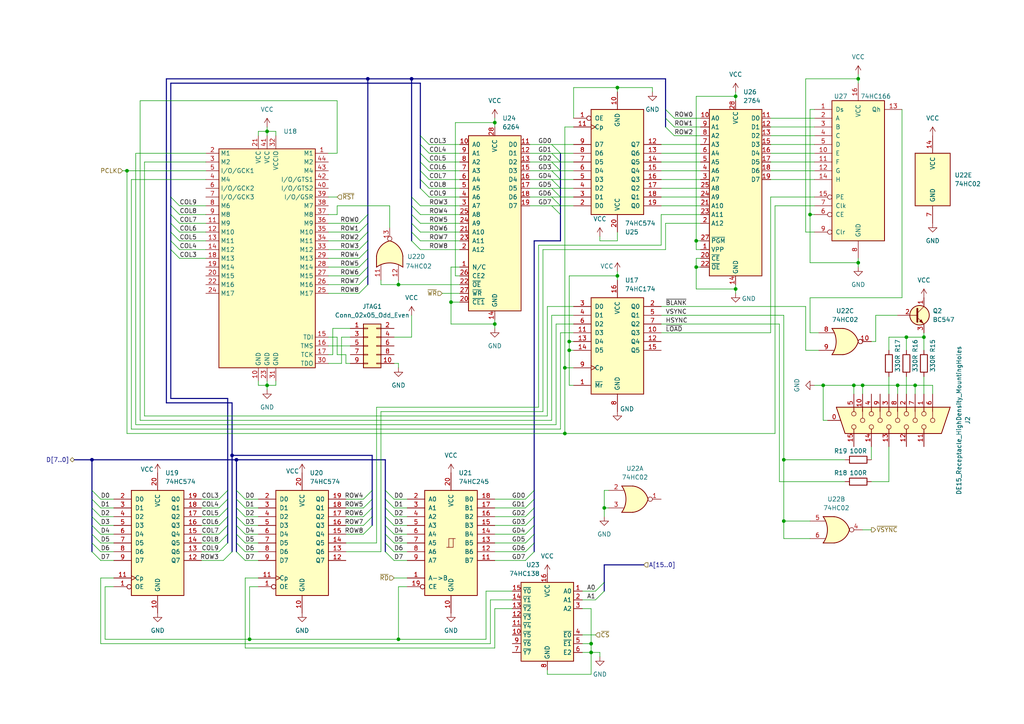
<source format=kicad_sch>
(kicad_sch (version 20231120) (generator "eeschema") (generator_version "8.0")
  (paper "A4")
  (junction (at 262.89 97.79))
  (junction (at 213.36 83.82))
  (junction (at 72.39 185.42))
  (junction (at 260.35 111.76))
  (junction (at 250.19 111.76))
  (junction (at 201.93 69.85))
  (junction (at 247.65 111.76))
  (junction (at 179.07 25.4))
  (junction (at 36.83 49.53))
  (junction (at 265.43 111.76))
  (junction (at 68.58 133.35))
  (junction (at 119.38 22.86))
  (junction (at 163.83 106.68))
  (junction (at 171.45 186.69))
  (junction (at 77.47 38.1))
  (junction (at 143.51 35.56))
  (junction (at 115.57 185.42))
  (junction (at 227.33 151.13))
  (junction (at 67.31 132.08))
  (junction (at 201.93 77.47))
  (junction (at 165.1 99.06))
  (junction (at 106.68 22.86))
  (junction (at 130.81 87.63))
  (junction (at 248.92 76.2))
  (junction (at 171.45 189.23))
  (junction (at 234.95 62.23))
  (junction (at 163.83 125.73))
  (junction (at 267.97 97.79))
  (junction (at 179.07 80.01))
  (junction (at 115.57 82.55))
  (junction (at 213.36 27.94))
  (junction (at 248.92 22.86))
  (junction (at 238.76 111.76))
  (junction (at 77.47 111.76))
  (junction (at 143.51 93.98))
  (junction (at 26.67 133.35))
  (junction (at 165.1 101.6))
  (junction (at 175.26 147.32))
  (junction (at 227.33 133.35))
  (bus_entry (at 68.58 144.78) (size 2.54 2.54))
  (bus_entry (at 121.92 44.45) (size 2.54 2.54))
  (bus_entry (at 193.04 31.75) (size 2.54 2.54))
  (bus_entry (at 107.95 152.4) (size -2.54 2.54))
  (bus_entry (at 121.92 39.37) (size 2.54 2.54))
  (bus_entry (at 119.38 57.15) (size 2.54 2.54))
  (bus_entry (at 49.53 57.15) (size 2.54 2.54))
  (bus_entry (at 193.04 36.83) (size 2.54 2.54))
  (bus_entry (at 162.56 49.53) (size -2.54 -2.54))
  (bus_entry (at 154.94 152.4) (size -2.54 2.54))
  (bus_entry (at 111.76 152.4) (size 2.54 2.54))
  (bus_entry (at 154.94 142.24) (size -2.54 2.54))
  (bus_entry (at 68.58 160.02) (size 2.54 2.54))
  (bus_entry (at 49.53 59.69) (size 2.54 2.54))
  (bus_entry (at 68.58 149.86) (size 2.54 2.54))
  (bus_entry (at 162.56 44.45) (size -2.54 -2.54))
  (bus_entry (at 154.94 157.48) (size -2.54 2.54))
  (bus_entry (at 175.26 168.91) (size -2.54 2.54))
  (bus_entry (at 119.38 64.77) (size 2.54 2.54))
  (bus_entry (at 49.53 67.31) (size 2.54 2.54))
  (bus_entry (at 26.67 160.02) (size 2.54 2.54))
  (bus_entry (at 106.68 80.01) (size -2.54 2.54))
  (bus_entry (at 68.58 147.32) (size 2.54 2.54))
  (bus_entry (at 107.95 142.24) (size -2.54 2.54))
  (bus_entry (at 154.94 149.86) (size -2.54 2.54))
  (bus_entry (at 175.26 171.45) (size -2.54 2.54))
  (bus_entry (at 154.94 160.02) (size -2.54 2.54))
  (bus_entry (at 26.67 144.78) (size 2.54 2.54))
  (bus_entry (at 68.58 152.4) (size 2.54 2.54))
  (bus_entry (at 106.68 74.93) (size -2.54 2.54))
  (bus_entry (at 49.53 62.23) (size 2.54 2.54))
  (bus_entry (at 121.92 49.53) (size 2.54 2.54))
  (bus_entry (at 111.76 160.02) (size 2.54 2.54))
  (bus_entry (at 121.92 41.91) (size 2.54 2.54))
  (bus_entry (at 49.53 64.77) (size 2.54 2.54))
  (bus_entry (at 119.38 69.85) (size 2.54 2.54))
  (bus_entry (at 162.56 52.07) (size -2.54 -2.54))
  (bus_entry (at 66.04 149.86) (size -2.54 2.54))
  (bus_entry (at 26.67 152.4) (size 2.54 2.54))
  (bus_entry (at 106.68 72.39) (size -2.54 2.54))
  (bus_entry (at 111.76 157.48) (size 2.54 2.54))
  (bus_entry (at 49.53 69.85) (size 2.54 2.54))
  (bus_entry (at 66.04 142.24) (size -2.54 2.54))
  (bus_entry (at 26.67 154.94) (size 2.54 2.54))
  (bus_entry (at 49.53 72.39) (size 2.54 2.54))
  (bus_entry (at 106.68 77.47) (size -2.54 2.54))
  (bus_entry (at 26.67 142.24) (size 2.54 2.54))
  (bus_entry (at 107.95 149.86) (size -2.54 2.54))
  (bus_entry (at 106.68 62.23) (size -2.54 2.54))
  (bus_entry (at 26.67 147.32) (size 2.54 2.54))
  (bus_entry (at 107.95 144.78) (size -2.54 2.54))
  (bus_entry (at 119.38 59.69) (size 2.54 2.54))
  (bus_entry (at 68.58 154.94) (size 2.54 2.54))
  (bus_entry (at 162.56 57.15) (size -2.54 -2.54))
  (bus_entry (at 154.94 144.78) (size -2.54 2.54))
  (bus_entry (at 193.04 34.29) (size 2.54 2.54))
  (bus_entry (at 111.76 144.78) (size 2.54 2.54))
  (bus_entry (at 66.04 144.78) (size -2.54 2.54))
  (bus_entry (at 111.76 142.24) (size 2.54 2.54))
  (bus_entry (at 121.92 52.07) (size 2.54 2.54))
  (bus_entry (at 26.67 157.48) (size 2.54 2.54))
  (bus_entry (at 111.76 154.94) (size 2.54 2.54))
  (bus_entry (at 162.56 59.69) (size -2.54 -2.54))
  (bus_entry (at 66.04 152.4) (size -2.54 2.54))
  (bus_entry (at 67.31 160.02) (size -2.54 2.54))
  (bus_entry (at 111.76 147.32) (size 2.54 2.54))
  (bus_entry (at 119.38 67.31) (size 2.54 2.54))
  (bus_entry (at 66.04 147.32) (size -2.54 2.54))
  (bus_entry (at 121.92 54.61) (size 2.54 2.54))
  (bus_entry (at 162.56 54.61) (size -2.54 -2.54))
  (bus_entry (at 111.76 149.86) (size 2.54 2.54))
  (bus_entry (at 26.67 149.86) (size 2.54 2.54))
  (bus_entry (at 162.56 46.99) (size -2.54 -2.54))
  (bus_entry (at 66.04 154.94) (size -2.54 2.54))
  (bus_entry (at 106.68 82.55) (size -2.54 2.54))
  (bus_entry (at 106.68 69.85) (size -2.54 2.54))
  (bus_entry (at 121.92 46.99) (size 2.54 2.54))
  (bus_entry (at 162.56 62.23) (size -2.54 -2.54))
  (bus_entry (at 68.58 157.48) (size 2.54 2.54))
  (bus_entry (at 106.68 67.31) (size -2.54 2.54))
  (bus_entry (at 68.58 142.24) (size 2.54 2.54))
  (bus_entry (at 106.68 64.77) (size -2.54 2.54))
  (bus_entry (at 66.04 157.48) (size -2.54 2.54))
  (bus_entry (at 154.94 147.32) (size -2.54 2.54))
  (bus_entry (at 154.94 154.94) (size -2.54 2.54))
  (bus_entry (at 107.95 147.32) (size -2.54 2.54))
  (bus_entry (at 119.38 62.23) (size 2.54 2.54))
  (bus (pts (xy 162.56 59.69) (xy 162.56 62.23)))
  (wire (pts (xy 203.2 72.39) (xy 201.93 72.39)))
  (wire (pts (xy 97.79 44.45) (xy 97.79 29.21)))
  (wire (pts (xy 124.46 52.07) (xy 133.35 52.07)))
  (bus (pts (xy 66.04 154.94) (xy 66.04 152.4)))
  (wire (pts (xy 100.33 105.41) (xy 101.6 105.41)))
  (wire (pts (xy 165.1 101.6) (xy 166.37 101.6)))
  (wire (pts (xy 97.79 59.69) (xy 113.03 59.69)))
  (wire (pts (xy 163.83 106.68) (xy 163.83 36.83)))
  (bus (pts (xy 26.67 144.78) (xy 26.67 147.32)))
  (wire (pts (xy 162.56 49.53) (xy 166.37 49.53)))
  (wire (pts (xy 100.33 149.86) (xy 105.41 149.86)))
  (wire (pts (xy 191.77 62.23) (xy 203.2 62.23)))
  (wire (pts (xy 95.25 80.01) (xy 104.14 80.01)))
  (bus (pts (xy 193.04 34.29) (xy 193.04 36.83)))
  (bus (pts (xy 26.67 147.32) (xy 26.67 149.86)))
  (wire (pts (xy 99.06 97.79) (xy 101.6 97.79)))
  (wire (pts (xy 171.45 186.69) (xy 171.45 176.53)))
  (wire (pts (xy 74.93 111.76) (xy 77.47 111.76)))
  (bus (pts (xy 26.67 157.48) (xy 26.67 160.02)))
  (wire (pts (xy 201.93 27.94) (xy 213.36 27.94)))
  (wire (pts (xy 160.02 44.45) (xy 162.56 44.45)))
  (wire (pts (xy 148.59 171.45) (xy 140.97 171.45)))
  (wire (pts (xy 267.97 101.6) (xy 267.97 97.79)))
  (wire (pts (xy 40.64 29.21) (xy 40.64 121.92)))
  (wire (pts (xy 29.21 152.4) (xy 33.02 152.4)))
  (bus (pts (xy 119.38 64.77) (xy 119.38 67.31)))
  (wire (pts (xy 39.37 123.19) (xy 161.29 123.19)))
  (bus (pts (xy 26.67 149.86) (xy 26.67 152.4)))
  (wire (pts (xy 100.33 102.87) (xy 100.33 105.41)))
  (wire (pts (xy 58.42 152.4) (xy 63.5 152.4)))
  (bus (pts (xy 106.68 22.86) (xy 48.26 22.86)))
  (bus (pts (xy 49.53 115.57) (xy 49.53 72.39)))
  (wire (pts (xy 158.75 194.31) (xy 158.75 195.58)))
  (wire (pts (xy 203.2 69.85) (xy 201.93 69.85)))
  (wire (pts (xy 97.79 62.23) (xy 97.79 59.69)))
  (wire (pts (xy 233.68 22.86) (xy 233.68 67.31)))
  (bus (pts (xy 119.38 57.15) (xy 119.38 59.69)))
  (bus (pts (xy 49.53 57.15) (xy 49.53 59.69)))
  (wire (pts (xy 71.12 157.48) (xy 74.93 157.48)))
  (wire (pts (xy 270.51 114.3) (xy 270.51 111.76)))
  (wire (pts (xy 115.57 82.55) (xy 115.57 81.28)))
  (wire (pts (xy 176.53 142.24) (xy 175.26 142.24)))
  (wire (pts (xy 157.48 119.38) (xy 110.49 119.38)))
  (wire (pts (xy 36.83 125.73) (xy 163.83 125.73)))
  (wire (pts (xy 121.92 72.39) (xy 133.35 72.39)))
  (bus (pts (xy 66.04 144.78) (xy 66.04 142.24)))
  (wire (pts (xy 195.58 39.37) (xy 203.2 39.37)))
  (wire (pts (xy 267.97 96.52) (xy 267.97 97.79)))
  (wire (pts (xy 172.72 184.15) (xy 168.91 184.15)))
  (wire (pts (xy 95.25 67.31) (xy 104.14 67.31)))
  (bus (pts (xy 162.56 49.53) (xy 162.56 52.07)))
  (wire (pts (xy 99.06 105.41) (xy 99.06 97.79)))
  (wire (pts (xy 248.92 76.2) (xy 234.95 76.2)))
  (wire (pts (xy 132.08 35.56) (xy 132.08 80.01)))
  (wire (pts (xy 223.52 52.07) (xy 236.22 52.07)))
  (wire (pts (xy 29.21 162.56) (xy 33.02 162.56)))
  (wire (pts (xy 236.22 67.31) (xy 233.68 67.31)))
  (wire (pts (xy 160.02 49.53) (xy 162.56 49.53)))
  (bus (pts (xy 121.92 39.37) (xy 121.92 41.91)))
  (wire (pts (xy 162.56 54.61) (xy 166.37 54.61)))
  (bus (pts (xy 119.38 59.69) (xy 119.38 62.23)))
  (wire (pts (xy 143.51 144.78) (xy 152.4 144.78)))
  (bus (pts (xy 66.04 147.32) (xy 66.04 144.78)))
  (wire (pts (xy 234.95 86.36) (xy 234.95 96.52)))
  (wire (pts (xy 71.12 147.32) (xy 74.93 147.32)))
  (bus (pts (xy 106.68 22.86) (xy 106.68 62.23)))
  (bus (pts (xy 68.58 133.35) (xy 68.58 142.24)))
  (wire (pts (xy 124.46 49.53) (xy 133.35 49.53)))
  (wire (pts (xy 168.91 173.99) (xy 172.72 173.99)))
  (wire (pts (xy 195.58 34.29) (xy 203.2 34.29)))
  (bus (pts (xy 162.56 46.99) (xy 162.56 49.53)))
  (wire (pts (xy 72.39 170.18) (xy 72.39 185.42)))
  (bus (pts (xy 26.67 142.24) (xy 26.67 144.78)))
  (wire (pts (xy 173.99 189.23) (xy 173.99 190.5)))
  (wire (pts (xy 29.21 144.78) (xy 33.02 144.78)))
  (wire (pts (xy 95.25 82.55) (xy 104.14 82.55)))
  (bus (pts (xy 175.26 163.83) (xy 186.69 163.83)))
  (wire (pts (xy 132.08 35.56) (xy 143.51 35.56)))
  (wire (pts (xy 248.92 76.2) (xy 248.92 74.93)))
  (wire (pts (xy 143.51 154.94) (xy 152.4 154.94)))
  (wire (pts (xy 168.91 171.45) (xy 172.72 171.45)))
  (wire (pts (xy 153.67 41.91) (xy 160.02 41.91)))
  (bus (pts (xy 119.38 62.23) (xy 119.38 64.77)))
  (bus (pts (xy 175.26 171.45) (xy 175.26 168.91)))
  (wire (pts (xy 114.3 147.32) (xy 118.11 147.32)))
  (bus (pts (xy 66.04 157.48) (xy 66.04 154.94)))
  (wire (pts (xy 157.48 72.39) (xy 157.48 119.38)))
  (wire (pts (xy 171.45 176.53) (xy 168.91 176.53)))
  (wire (pts (xy 52.07 64.77) (xy 59.69 64.77)))
  (bus (pts (xy 68.58 133.35) (xy 111.76 133.35)))
  (wire (pts (xy 213.36 26.67) (xy 213.36 27.94)))
  (wire (pts (xy 162.56 44.45) (xy 166.37 44.45)))
  (wire (pts (xy 29.21 167.64) (xy 33.02 167.64)))
  (bus (pts (xy 162.56 52.07) (xy 162.56 54.61)))
  (wire (pts (xy 153.67 57.15) (xy 160.02 57.15)))
  (wire (pts (xy 257.81 97.79) (xy 262.89 97.79)))
  (wire (pts (xy 262.89 97.79) (xy 262.89 101.6)))
  (bus (pts (xy 121.92 52.07) (xy 121.92 54.61)))
  (wire (pts (xy 52.07 72.39) (xy 59.69 72.39)))
  (wire (pts (xy 74.93 170.18) (xy 72.39 170.18)))
  (wire (pts (xy 179.07 78.74) (xy 179.07 80.01)))
  (wire (pts (xy 248.92 22.86) (xy 248.92 24.13)))
  (wire (pts (xy 227.33 151.13) (xy 227.33 156.21)))
  (wire (pts (xy 115.57 82.55) (xy 133.35 82.55)))
  (wire (pts (xy 30.48 170.18) (xy 30.48 185.42)))
  (wire (pts (xy 33.02 170.18) (xy 30.48 170.18)))
  (wire (pts (xy 142.24 173.99) (xy 142.24 186.69)))
  (wire (pts (xy 58.42 154.94) (xy 63.5 154.94)))
  (bus (pts (xy 106.68 62.23) (xy 106.68 64.77)))
  (wire (pts (xy 58.42 147.32) (xy 63.5 147.32)))
  (wire (pts (xy 38.1 52.07) (xy 38.1 124.46)))
  (wire (pts (xy 270.51 111.76) (xy 265.43 111.76)))
  (bus (pts (xy 68.58 157.48) (xy 68.58 160.02)))
  (wire (pts (xy 195.58 36.83) (xy 203.2 36.83)))
  (wire (pts (xy 143.51 152.4) (xy 152.4 152.4)))
  (wire (pts (xy 97.79 102.87) (xy 100.33 102.87)))
  (bus (pts (xy 107.95 132.08) (xy 107.95 142.24)))
  (wire (pts (xy 179.07 25.4) (xy 189.23 25.4)))
  (wire (pts (xy 171.45 189.23) (xy 171.45 186.69)))
  (wire (pts (xy 213.36 83.82) (xy 201.93 83.82)))
  (wire (pts (xy 254 91.44) (xy 260.35 91.44)))
  (wire (pts (xy 191.77 59.69) (xy 203.2 59.69)))
  (bus (pts (xy 49.53 62.23) (xy 49.53 64.77)))
  (wire (pts (xy 267.97 109.22) (xy 267.97 114.3)))
  (wire (pts (xy 52.07 59.69) (xy 59.69 59.69)))
  (bus (pts (xy 48.26 22.86) (xy 48.26 116.84)))
  (bus (pts (xy 121.92 46.99) (xy 121.92 49.53)))
  (wire (pts (xy 234.95 31.75) (xy 236.22 31.75)))
  (wire (pts (xy 153.67 44.45) (xy 160.02 44.45)))
  (wire (pts (xy 40.64 121.92) (xy 160.02 121.92)))
  (bus (pts (xy 121.92 24.13) (xy 49.53 24.13)))
  (wire (pts (xy 36.83 49.53) (xy 36.83 125.73)))
  (wire (pts (xy 166.37 25.4) (xy 179.07 25.4)))
  (bus (pts (xy 106.68 80.01) (xy 106.68 82.55)))
  (wire (pts (xy 163.83 36.83) (xy 166.37 36.83)))
  (wire (pts (xy 74.93 38.1) (xy 77.47 38.1)))
  (wire (pts (xy 97.79 57.15) (xy 95.25 57.15)))
  (wire (pts (xy 162.56 46.99) (xy 166.37 46.99)))
  (wire (pts (xy 193.04 64.77) (xy 193.04 72.39)))
  (wire (pts (xy 160.02 91.44) (xy 166.37 91.44)))
  (bus (pts (xy 111.76 157.48) (xy 111.76 160.02)))
  (wire (pts (xy 95.25 100.33) (xy 101.6 100.33)))
  (wire (pts (xy 114.3 167.64) (xy 118.11 167.64)))
  (wire (pts (xy 71.12 149.86) (xy 74.93 149.86)))
  (bus (pts (xy 154.94 154.94) (xy 154.94 157.48)))
  (bus (pts (xy 26.67 154.94) (xy 26.67 157.48)))
  (bus (pts (xy 175.26 168.91) (xy 175.26 163.83)))
  (bus (pts (xy 111.76 147.32) (xy 111.76 149.86)))
  (wire (pts (xy 257.81 109.22) (xy 257.81 114.3)))
  (bus (pts (xy 111.76 144.78) (xy 111.76 147.32)))
  (wire (pts (xy 143.51 149.86) (xy 152.4 149.86)))
  (wire (pts (xy 52.07 74.93) (xy 59.69 74.93)))
  (bus (pts (xy 106.68 77.47) (xy 106.68 80.01)))
  (wire (pts (xy 153.67 52.07) (xy 160.02 52.07)))
  (wire (pts (xy 245.11 139.7) (xy 226.06 139.7)))
  (wire (pts (xy 121.92 59.69) (xy 133.35 59.69)))
  (bus (pts (xy 66.04 149.86) (xy 66.04 147.32)))
  (wire (pts (xy 250.19 114.3) (xy 250.19 111.76)))
  (wire (pts (xy 191.77 49.53) (xy 203.2 49.53)))
  (wire (pts (xy 223.52 34.29) (xy 236.22 34.29)))
  (bus (pts (xy 21.59 133.35) (xy 26.67 133.35)))
  (bus (pts (xy 119.38 67.31) (xy 119.38 69.85)))
  (wire (pts (xy 95.25 85.09) (xy 104.14 85.09)))
  (wire (pts (xy 163.83 106.68) (xy 166.37 106.68)))
  (wire (pts (xy 203.2 74.93) (xy 201.93 74.93)))
  (wire (pts (xy 119.38 97.79) (xy 119.38 91.44)))
  (wire (pts (xy 110.49 81.28) (xy 110.49 82.55)))
  (wire (pts (xy 224.79 59.69) (xy 236.22 59.69)))
  (bus (pts (xy 119.38 22.86) (xy 119.38 57.15)))
  (wire (pts (xy 95.25 69.85) (xy 104.14 69.85)))
  (wire (pts (xy 191.77 41.91) (xy 203.2 41.91)))
  (wire (pts (xy 162.56 124.46) (xy 162.56 96.52)))
  (wire (pts (xy 124.46 41.91) (xy 133.35 41.91)))
  (wire (pts (xy 179.07 80.01) (xy 179.07 81.28)))
  (wire (pts (xy 121.92 64.77) (xy 133.35 64.77)))
  (wire (pts (xy 163.83 125.73) (xy 224.79 125.73)))
  (bus (pts (xy 193.04 22.86) (xy 193.04 31.75)))
  (wire (pts (xy 165.1 99.06) (xy 166.37 99.06)))
  (wire (pts (xy 96.52 95.25) (xy 101.6 95.25)))
  (wire (pts (xy 233.68 101.6) (xy 237.49 101.6)))
  (bus (pts (xy 154.94 157.48) (xy 154.94 160.02)))
  (wire (pts (xy 175.26 149.86) (xy 175.26 147.32)))
  (wire (pts (xy 191.77 46.99) (xy 203.2 46.99)))
  (wire (pts (xy 153.67 54.61) (xy 160.02 54.61)))
  (bus (pts (xy 67.31 116.84) (xy 67.31 132.08)))
  (bus (pts (xy 66.04 152.4) (xy 66.04 149.86)))
  (wire (pts (xy 110.49 160.02) (xy 100.33 160.02)))
  (wire (pts (xy 250.19 111.76) (xy 247.65 111.76)))
  (wire (pts (xy 238.76 111.76) (xy 238.76 121.92)))
  (wire (pts (xy 179.07 80.01) (xy 165.1 80.01)))
  (wire (pts (xy 163.83 106.68) (xy 163.83 125.73)))
  (wire (pts (xy 115.57 185.42) (xy 115.57 170.18)))
  (wire (pts (xy 71.12 167.64) (xy 74.93 167.64)))
  (bus (pts (xy 106.68 69.85) (xy 106.68 72.39)))
  (bus (pts (xy 111.76 149.86) (xy 111.76 152.4)))
  (wire (pts (xy 261.62 31.75) (xy 261.62 86.36)))
  (bus (pts (xy 154.94 147.32) (xy 154.94 149.86)))
  (wire (pts (xy 29.21 186.69) (xy 29.21 167.64)))
  (wire (pts (xy 124.46 54.61) (xy 133.35 54.61)))
  (wire (pts (xy 143.51 187.96) (xy 71.12 187.96)))
  (bus (pts (xy 162.56 44.45) (xy 162.56 46.99)))
  (wire (pts (xy 160.02 121.92) (xy 160.02 91.44)))
  (wire (pts (xy 148.59 173.99) (xy 142.24 173.99)))
  (wire (pts (xy 223.52 44.45) (xy 236.22 44.45)))
  (wire (pts (xy 191.77 44.45) (xy 203.2 44.45)))
  (wire (pts (xy 227.33 91.44) (xy 227.33 133.35)))
  (bus (pts (xy 107.95 142.24) (xy 107.95 144.78)))
  (wire (pts (xy 100.33 144.78) (xy 105.41 144.78)))
  (wire (pts (xy 143.51 95.25) (xy 143.51 93.98)))
  (wire (pts (xy 38.1 124.46) (xy 162.56 124.46)))
  (wire (pts (xy 71.12 187.96) (xy 71.12 167.64)))
  (wire (pts (xy 29.21 160.02) (xy 33.02 160.02)))
  (wire (pts (xy 95.25 64.77) (xy 104.14 64.77)))
  (wire (pts (xy 143.51 162.56) (xy 152.4 162.56)))
  (wire (pts (xy 124.46 46.99) (xy 133.35 46.99)))
  (wire (pts (xy 59.69 46.99) (xy 41.91 46.99)))
  (bus (pts (xy 154.94 142.24) (xy 154.94 144.78)))
  (wire (pts (xy 201.93 77.47) (xy 203.2 77.47)))
  (bus (pts (xy 68.58 142.24) (xy 68.58 144.78)))
  (wire (pts (xy 158.75 120.65) (xy 158.75 88.9)))
  (wire (pts (xy 95.25 74.93) (xy 104.14 74.93)))
  (wire (pts (xy 95.25 102.87) (xy 96.52 102.87)))
  (wire (pts (xy 160.02 52.07) (xy 162.56 52.07)))
  (wire (pts (xy 130.81 93.98) (xy 130.81 87.63)))
  (wire (pts (xy 166.37 34.29) (xy 166.37 25.4)))
  (wire (pts (xy 143.51 160.02) (xy 152.4 160.02)))
  (wire (pts (xy 223.52 36.83) (xy 236.22 36.83)))
  (wire (pts (xy 77.47 38.1) (xy 77.47 36.83)))
  (wire (pts (xy 72.39 185.42) (xy 115.57 185.42)))
  (wire (pts (xy 179.07 25.4) (xy 179.07 26.67)))
  (wire (pts (xy 114.3 97.79) (xy 119.38 97.79)))
  (wire (pts (xy 252.73 99.06) (xy 254 99.06)))
  (bus (pts (xy 68.58 149.86) (xy 68.58 152.4)))
  (wire (pts (xy 193.04 72.39) (xy 157.48 72.39)))
  (wire (pts (xy 234.95 31.75) (xy 234.95 62.23)))
  (wire (pts (xy 71.12 144.78) (xy 74.93 144.78)))
  (bus (pts (xy 49.53 24.13) (xy 49.53 57.15)))
  (wire (pts (xy 121.92 62.23) (xy 133.35 62.23)))
  (wire (pts (xy 143.51 93.98) (xy 143.51 92.71)))
  (wire (pts (xy 248.92 22.86) (xy 233.68 22.86)))
  (wire (pts (xy 113.03 59.69) (xy 113.03 66.04)))
  (wire (pts (xy 114.3 149.86) (xy 118.11 149.86)))
  (bus (pts (xy 121.92 41.91) (xy 121.92 44.45)))
  (wire (pts (xy 165.1 101.6) (xy 165.1 111.76)))
  (wire (pts (xy 58.42 162.56) (xy 64.77 162.56)))
  (wire (pts (xy 201.93 74.93) (xy 201.93 77.47)))
  (wire (pts (xy 140.97 171.45) (xy 140.97 185.42)))
  (bus (pts (xy 26.67 152.4) (xy 26.67 154.94)))
  (bus (pts (xy 111.76 152.4) (xy 111.76 154.94)))
  (bus (pts (xy 111.76 133.35) (xy 111.76 142.24)))
  (wire (pts (xy 41.91 120.65) (xy 158.75 120.65)))
  (bus (pts (xy 26.67 133.35) (xy 68.58 133.35)))
  (wire (pts (xy 257.81 101.6) (xy 257.81 97.79)))
  (bus (pts (xy 154.94 144.78) (xy 154.94 147.32)))
  (wire (pts (xy 52.07 67.31) (xy 59.69 67.31)))
  (wire (pts (xy 213.36 27.94) (xy 213.36 29.21)))
  (wire (pts (xy 115.57 170.18) (xy 118.11 170.18)))
  (wire (pts (xy 114.3 154.94) (xy 118.11 154.94)))
  (wire (pts (xy 121.92 67.31) (xy 133.35 67.31)))
  (wire (pts (xy 191.77 71.12) (xy 191.77 62.23)))
  (bus (pts (xy 68.58 147.32) (xy 68.58 149.86)))
  (wire (pts (xy 189.23 25.4) (xy 189.23 26.67)))
  (bus (pts (xy 68.58 152.4) (xy 68.58 154.94)))
  (bus (pts (xy 68.58 154.94) (xy 68.58 157.48)))
  (wire (pts (xy 100.33 154.94) (xy 105.41 154.94)))
  (wire (pts (xy 29.21 157.48) (xy 33.02 157.48)))
  (wire (pts (xy 59.69 44.45) (xy 39.37 44.45)))
  (bus (pts (xy 119.38 22.86) (xy 106.68 22.86)))
  (wire (pts (xy 100.33 147.32) (xy 105.41 147.32)))
  (wire (pts (xy 71.12 160.02) (xy 74.93 160.02)))
  (wire (pts (xy 124.46 57.15) (xy 133.35 57.15)))
  (wire (pts (xy 168.91 189.23) (xy 171.45 189.23)))
  (wire (pts (xy 52.07 69.85) (xy 59.69 69.85)))
  (wire (pts (xy 59.69 52.07) (xy 38.1 52.07)))
  (wire (pts (xy 227.33 133.35) (xy 245.11 133.35)))
  (wire (pts (xy 71.12 154.94) (xy 74.93 154.94)))
  (wire (pts (xy 156.21 71.12) (xy 191.77 71.12)))
  (wire (pts (xy 29.21 149.86) (xy 33.02 149.86)))
  (wire (pts (xy 158.75 195.58) (xy 171.45 195.58)))
  (wire (pts (xy 115.57 105.41) (xy 115.57 106.68)))
  (wire (pts (xy 58.42 160.02) (xy 63.5 160.02)))
  (wire (pts (xy 95.25 72.39) (xy 104.14 72.39)))
  (wire (pts (xy 130.81 77.47) (xy 130.81 87.63)))
  (wire (pts (xy 143.51 35.56) (xy 143.51 36.83)))
  (wire (pts (xy 227.33 151.13) (xy 234.95 151.13)))
  (wire (pts (xy 114.3 152.4) (xy 118.11 152.4)))
  (bus (pts (xy 26.67 133.35) (xy 26.67 142.24)))
  (wire (pts (xy 234.95 62.23) (xy 234.95 76.2)))
  (wire (pts (xy 143.51 34.29) (xy 143.51 35.56)))
  (wire (pts (xy 191.77 96.52) (xy 223.52 96.52)))
  (bus (pts (xy 66.04 115.57) (xy 49.53 115.57)))
  (wire (pts (xy 265.43 111.76) (xy 265.43 114.3)))
  (wire (pts (xy 95.25 97.79) (xy 97.79 97.79)))
  (wire (pts (xy 148.59 176.53) (xy 143.51 176.53)))
  (wire (pts (xy 160.02 54.61) (xy 162.56 54.61)))
  (wire (pts (xy 179.07 69.85) (xy 179.07 67.31)))
  (bus (pts (xy 49.53 67.31) (xy 49.53 69.85)))
  (wire (pts (xy 74.93 39.37) (xy 74.93 38.1)))
  (wire (pts (xy 41.91 46.99) (xy 41.91 120.65)))
  (wire (pts (xy 29.21 154.94) (xy 33.02 154.94)))
  (bus (pts (xy 49.53 64.77) (xy 49.53 67.31)))
  (bus (pts (xy 154.94 69.85) (xy 162.56 69.85)))
  (wire (pts (xy 201.93 83.82) (xy 201.93 77.47)))
  (bus (pts (xy 121.92 49.53) (xy 121.92 52.07)))
  (wire (pts (xy 71.12 162.56) (xy 74.93 162.56)))
  (wire (pts (xy 191.77 88.9) (xy 233.68 88.9)))
  (wire (pts (xy 238.76 111.76) (xy 236.22 111.76)))
  (wire (pts (xy 133.35 80.01) (xy 132.08 80.01)))
  (wire (pts (xy 223.52 96.52) (xy 223.52 57.15)))
  (wire (pts (xy 254 99.06) (xy 254 91.44)))
  (wire (pts (xy 95.25 77.47) (xy 104.14 77.47)))
  (wire (pts (xy 100.33 157.48) (xy 109.22 157.48)))
  (wire (pts (xy 140.97 185.42) (xy 115.57 185.42)))
  (wire (pts (xy 223.52 49.53) (xy 236.22 49.53)))
  (bus (pts (xy 48.26 116.84) (xy 67.31 116.84)))
  (wire (pts (xy 171.45 189.23) (xy 173.99 189.23)))
  (wire (pts (xy 110.49 119.38) (xy 110.49 160.02)))
  (bus (pts (xy 67.31 132.08) (xy 107.95 132.08)))
  (wire (pts (xy 160.02 57.15) (xy 162.56 57.15)))
  (wire (pts (xy 58.42 144.78) (xy 63.5 144.78)))
  (wire (pts (xy 223.52 57.15) (xy 236.22 57.15)))
  (wire (pts (xy 252.73 129.54) (xy 252.73 133.35)))
  (wire (pts (xy 162.56 57.15) (xy 166.37 57.15)))
  (wire (pts (xy 252.73 139.7) (xy 257.81 139.7)))
  (wire (pts (xy 160.02 46.99) (xy 162.56 46.99)))
  (wire (pts (xy 143.51 157.48) (xy 152.4 157.48)))
  (wire (pts (xy 36.83 49.53) (xy 59.69 49.53)))
  (wire (pts (xy 143.51 147.32) (xy 152.4 147.32)))
  (wire (pts (xy 165.1 80.01) (xy 165.1 99.06)))
  (wire (pts (xy 162.56 59.69) (xy 166.37 59.69)))
  (wire (pts (xy 153.67 46.99) (xy 160.02 46.99)))
  (wire (pts (xy 226.06 139.7) (xy 226.06 93.98)))
  (wire (pts (xy 247.65 111.76) (xy 238.76 111.76)))
  (bus (pts (xy 121.92 44.45) (xy 121.92 46.99)))
  (wire (pts (xy 58.42 149.86) (xy 63.5 149.86)))
  (wire (pts (xy 124.46 44.45) (xy 133.35 44.45)))
  (wire (pts (xy 80.01 111.76) (xy 77.47 111.76)))
  (wire (pts (xy 260.35 111.76) (xy 260.35 114.3)))
  (wire (pts (xy 142.24 186.69) (xy 29.21 186.69)))
  (wire (pts (xy 201.93 72.39) (xy 201.93 69.85)))
  (wire (pts (xy 77.47 111.76) (xy 77.47 113.03)))
  (bus (pts (xy 49.53 69.85) (xy 49.53 72.39)))
  (wire (pts (xy 128.27 85.09) (xy 133.35 85.09)))
  (bus (pts (xy 154.94 149.86) (xy 154.94 152.4)))
  (bus (pts (xy 106.68 64.77) (xy 106.68 67.31)))
  (wire (pts (xy 114.3 144.78) (xy 118.11 144.78)))
  (wire (pts (xy 114.3 105.41) (xy 115.57 105.41)))
  (bus (pts (xy 67.31 132.08) (xy 67.31 160.02)))
  (wire (pts (xy 267.97 97.79) (xy 262.89 97.79)))
  (wire (pts (xy 233.68 88.9) (xy 233.68 101.6)))
  (wire (pts (xy 97.79 29.21) (xy 40.64 29.21)))
  (wire (pts (xy 162.56 96.52) (xy 166.37 96.52)))
  (wire (pts (xy 71.12 152.4) (xy 74.93 152.4)))
  (wire (pts (xy 30.48 185.42) (xy 72.39 185.42)))
  (wire (pts (xy 153.67 49.53) (xy 160.02 49.53)))
  (wire (pts (xy 162.56 52.07) (xy 166.37 52.07)))
  (wire (pts (xy 223.52 46.99) (xy 236.22 46.99)))
  (bus (pts (xy 162.56 54.61) (xy 162.56 57.15)))
  (wire (pts (xy 110.49 82.55) (xy 115.57 82.55)))
  (wire (pts (xy 213.36 82.55) (xy 213.36 83.82)))
  (wire (pts (xy 213.36 83.82) (xy 213.36 85.09)))
  (wire (pts (xy 52.07 62.23) (xy 59.69 62.23)))
  (wire (pts (xy 74.93 110.49) (xy 74.93 111.76)))
  (wire (pts (xy 234.95 96.52) (xy 237.49 96.52)))
  (wire (pts (xy 223.52 39.37) (xy 236.22 39.37)))
  (bus (pts (xy 154.94 152.4) (xy 154.94 154.94)))
  (wire (pts (xy 77.47 110.49) (xy 77.47 111.76)))
  (wire (pts (xy 158.75 88.9) (xy 166.37 88.9)))
  (wire (pts (xy 80.01 110.49) (xy 80.01 111.76)))
  (bus (pts (xy 111.76 154.94) (xy 111.76 157.48)))
  (wire (pts (xy 252.73 153.67) (xy 250.19 153.67)))
  (wire (pts (xy 161.29 123.19) (xy 161.29 93.98)))
  (wire (pts (xy 156.21 118.11) (xy 156.21 71.12)))
  (bus (pts (xy 106.68 74.93) (xy 106.68 77.47)))
  (wire (pts (xy 143.51 176.53) (xy 143.51 187.96)))
  (wire (pts (xy 226.06 93.98) (xy 191.77 93.98)))
  (wire (pts (xy 95.25 105.41) (xy 99.06 105.41)))
  (wire (pts (xy 80.01 38.1) (xy 77.47 38.1)))
  (bus (pts (xy 119.38 22.86) (xy 193.04 22.86)))
  (bus (pts (xy 49.53 59.69) (xy 49.53 62.23)))
  (bus (pts (xy 68.58 144.78) (xy 68.58 147.32)))
  (wire (pts (xy 171.45 186.69) (xy 168.91 186.69)))
  (wire (pts (xy 261.62 86.36) (xy 234.95 86.36)))
  (wire (pts (xy 203.2 64.77) (xy 193.04 64.77)))
  (wire (pts (xy 173.99 69.85) (xy 179.07 69.85)))
  (wire (pts (xy 173.99 68.58) (xy 173.99 69.85)))
  (wire (pts (xy 223.52 41.91) (xy 236.22 41.91)))
  (wire (pts (xy 224.79 125.73) (xy 224.79 59.69)))
  (wire (pts (xy 191.77 54.61) (xy 203.2 54.61)))
  (wire (pts (xy 160.02 59.69) (xy 162.56 59.69)))
  (wire (pts (xy 29.21 147.32) (xy 33.02 147.32)))
  (wire (pts (xy 240.03 121.92) (xy 238.76 121.92)))
  (wire (pts (xy 265.43 111.76) (xy 260.35 111.76)))
  (wire (pts (xy 39.37 44.45) (xy 39.37 123.19)))
  (wire (pts (xy 175.26 142.24) (xy 175.26 147.32)))
  (wire (pts (xy 143.51 93.98) (xy 130.81 93.98)))
  (bus (pts (xy 107.95 144.78) (xy 107.95 147.32)))
  (wire (pts (xy 248.92 21.59) (xy 248.92 22.86)))
  (wire (pts (xy 109.22 118.11) (xy 156.21 118.11)))
  (wire (pts (xy 165.1 99.06) (xy 165.1 101.6)))
  (wire (pts (xy 248.92 77.47) (xy 248.92 76.2)))
  (wire (pts (xy 171.45 195.58) (xy 171.45 189.23)))
  (wire (pts (xy 80.01 39.37) (xy 80.01 38.1)))
  (wire (pts (xy 100.33 152.4) (xy 105.41 152.4)))
  (wire (pts (xy 160.02 41.91) (xy 166.37 41.91)))
  (bus (pts (xy 121.92 24.13) (xy 121.92 39.37)))
  (wire (pts (xy 247.65 114.3) (xy 247.65 111.76)))
  (wire (pts (xy 133.35 77.47) (xy 130.81 77.47)))
  (wire (pts (xy 257.81 129.54) (xy 257.81 139.7)))
  (wire (pts (xy 77.47 38.1) (xy 77.47 39.37)))
  (wire (pts (xy 175.26 147.32) (xy 176.53 147.32)))
  (wire (pts (xy 191.77 91.44) (xy 227.33 91.44)))
  (wire (pts (xy 227.33 156.21) (xy 234.95 156.21)))
  (wire (pts (xy 201.93 69.85) (xy 201.93 27.94)))
  (wire (pts (xy 114.3 160.02) (xy 118.11 160.02)))
  (wire (pts (xy 234.95 62.23) (xy 236.22 62.23)))
  (bus (pts (xy 162.56 62.23) (xy 162.56 69.85)))
  (wire (pts (xy 95.25 62.23) (xy 97.79 62.23)))
  (wire (pts (xy 95.25 44.45) (xy 97.79 44.45)))
  (wire (pts (xy 130.81 87.63) (xy 133.35 87.63)))
  (wire (pts (xy 227.33 133.35) (xy 227.33 151.13)))
  (wire (pts (xy 262.89 109.22) (xy 262.89 114.3)))
  (wire (pts (xy 191.77 57.15) (xy 203.2 57.15)))
  (wire (pts (xy 35.56 49.53) (xy 36.83 49.53)))
  (wire (pts (xy 109.22 157.48) (xy 109.22 118.11)))
  (wire (pts (xy 165.1 111.76) (xy 166.37 111.76)))
  (bus (pts (xy 107.95 147.32) (xy 107.95 149.86)))
  (bus (pts (xy 193.04 31.75) (xy 193.04 34.29)))
  (wire (pts (xy 97.79 97.79) (xy 97.79 102.87)))
  (bus (pts (xy 107.95 149.86) (xy 107.95 152.4)))
  (bus (pts (xy 162.56 57.15) (xy 162.56 59.69)))
  (bus (pts (xy 66.04 142.24) (xy 66.04 115.57)))
  (wire (pts (xy 121.92 69.85) (xy 133.35 69.85)))
  (wire (pts (xy 153.67 59.69) (xy 160.02 59.69)))
  (wire (pts (xy 96.52 102.87) (xy 96.52 95.25)))
  (wire (pts (xy 161.29 93.98) (xy 166.37 93.98)))
  (wire (pts (xy 114.3 162.56) (xy 118.11 162.56)))
  (bus (pts (xy 111.76 142.24) (xy 111.76 144.78)))
  (bus (pts (xy 106.68 72.39) (xy 106.68 74.93)))
  (bus (pts (xy 106.68 67.31) (xy 106.68 69.85)))
  (bus (pts (xy 154.94 69.85) (xy 154.94 142.24)))
  (wire (pts (xy 260.35 111.76) (xy 250.19 111.76)))
  (wire (pts (xy 114.3 157.48) (xy 118.11 157.48)))
  (wire (pts (xy 191.77 52.07) (xy 203.2 52.07)))
  (wire (pts (xy 58.42 157.48) (xy 63.5 157.48)))
  (label "ROW1" (at 104.14 67.31 180))
  (label "D4" (at 114.3 154.94 0))
  (label "ROW6" (at 124.46 67.31 0))
  (label "COL8" (at 63.5 157.48 180))
  (label "D6" (at 114.3 160.02 0))
  (label "ROW4" (at 105.41 144.78 180))
  (label "COL7" (at 124.46 52.07 0))
  (label "COL6" (at 52.07 67.31 0))
  (label "ROW4" (at 124.46 62.23 0))
  (label "COL6" (at 63.5 152.4 180))
  (label "VSYNC" (at 193.04 91.44 0))
  (label "ROW0" (at 104.14 64.77 180))
  (label "COL5" (at 63.5 149.86 180))
  (label "COL4" (at 124.46 44.45 0))
  (label "COL3" (at 124.46 41.91 0))
  (label "COL7" (at 63.5 154.94 180))
  (label "ROW0" (at 195.58 34.29 0))
  (label "D2" (at 29.21 149.86 0))
  (label "HSYNC" (at 193.04 93.98 0))
  (label "ROW3" (at 63.5 162.56 180))
  (label "COL6" (at 124.46 49.53 0))
  (label "GD7" (at 152.4 162.56 180))
  (label "D2" (at 71.12 149.86 0))
  (label "D3" (at 71.12 152.4 0))
  (label "GD2" (at 160.02 46.99 180))
  (label "COL9" (at 124.46 57.15 0))
  (label "COL4" (at 52.07 72.39 0))
  (label "COL5" (at 124.46 46.99 0))
  (label "D7" (at 71.12 162.56 0))
  (label "COL3" (at 63.5 144.78 180))
  (label "GD2" (at 152.4 149.86 180))
  (label "GD1" (at 160.02 44.45 180))
  (label "COL9" (at 52.07 59.69 0))
  (label "D3" (at 29.21 152.4 0))
  (label "COL4" (at 63.5 147.32 180))
  (label "ROW3" (at 104.14 72.39 180))
  (label "GD3" (at 152.4 152.4 180))
  (label "ROW5" (at 104.14 77.47 180))
  (label "GD5" (at 152.4 157.48 180))
  (label "D5" (at 114.3 157.48 0))
  (label "GD3" (at 160.02 49.53 180))
  (label "D0" (at 114.3 144.78 0))
  (label "COL5" (at 52.07 69.85 0))
  (label "D5" (at 29.21 157.48 0))
  (label "COL3" (at 52.07 74.93 0))
  (label "~{BLANK}" (at 193.04 88.9 0))
  (label "GD5" (at 160.02 54.61 180))
  (label "COL8" (at 52.07 62.23 0))
  (label "ROW7" (at 105.41 152.4 180))
  (label "ROW2" (at 104.14 69.85 180))
  (label "ROW5" (at 105.41 147.32 180))
  (label "D4" (at 29.21 154.94 0))
  (label "ROW2" (at 195.58 39.37 0))
  (label "D6" (at 71.12 160.02 0))
  (label "COL8" (at 124.46 54.61 0))
  (label "ROW3" (at 124.46 59.69 0))
  (label "D1" (at 71.12 147.32 0))
  (label "A0" (at 172.72 171.45 180))
  (label "COL9" (at 63.5 160.02 180))
  (label "D0" (at 29.21 144.78 0))
  (label "ROW7" (at 104.14 82.55 180))
  (label "ROW7" (at 124.46 69.85 0))
  (label "GD6" (at 152.4 160.02 180))
  (label "ROW4" (at 104.14 74.93 180))
  (label "D6" (at 29.21 160.02 0))
  (label "GD6" (at 160.02 57.15 180))
  (label "D5" (at 71.12 157.48 0))
  (label "~{LOAD}" (at 193.04 96.52 0))
  (label "ROW8" (at 105.41 154.94 180))
  (label "GD7" (at 160.02 59.69 180))
  (label "GD4" (at 160.02 52.07 180))
  (label "D7" (at 114.3 162.56 0))
  (label "ROW8" (at 104.14 85.09 180))
  (label "D3" (at 114.3 152.4 0))
  (label "ROW6" (at 104.14 80.01 180))
  (label "ROW1" (at 195.58 36.83 0))
  (label "A1" (at 172.72 173.99 180))
  (label "GD0" (at 152.4 144.78 180))
  (label "GD4" (at 152.4 154.94 180))
  (label "D2" (at 114.3 149.86 0))
  (label "GD0" (at 160.02 41.91 180))
  (label "ROW5" (at 124.46 64.77 0))
  (label "D0" (at 71.12 144.78 0))
  (label "D1" (at 114.3 147.32 0))
  (label "GD1" (at 152.4 147.32 180))
  (label "D1" (at 29.21 147.32 0))
  (label "D7" (at 29.21 162.56 0))
  (label "ROW6" (at 105.41 149.86 180))
  (label "D4" (at 71.12 154.94 0))
  (label "ROW8" (at 124.46 72.39 0))
  (label "COL7" (at 52.07 64.77 0))
  (hierarchical_label "~{RD}" (shape input) (at 114.3 167.64 180))
  (hierarchical_label "~{VSYNC}" (shape output) (at 252.73 153.67 0))
  (hierarchical_label "~{CS}" (shape input) (at 172.72 184.15 0))
  (hierarchical_label "~{WR}" (shape input) (at 128.27 85.09 180))
  (hierarchical_label "~{RST}" (shape input) (at 97.79 57.15 0))
  (hierarchical_label "A[15..0]" (shape input) (at 186.69 163.83 0))
  (hierarchical_label "D[7..0]" (shape bidirectional) (at 21.59 133.35 180))
  (hierarchical_label "PCLK" (shape input) (at 35.56 49.53 180))
  (symbol (lib_id "power:GND") (at 179.07 119.38 0) (unit 1)
    (property "Reference" "#PWR046" (effects (hide yes)))
    (property "Value" "GND" (at 181.864 118.618 0))
  )
  (symbol (lib_id "74xx:74HCT574") (at 179.07 46.99 0) (mirror x) (unit 1)
    (property "Reference" "U25" (at 181.2641 67.31 0) (effects (justify left)))
    (property "Value" "74HC574" (at 181.2641 64.77 0) (effects (justify left)))
    (property "Footprint" "PCM_Package_DIP_AKL:DIP-20_W7.62mm" (effects (hide yes)))
    (property "Datasheet" "http://www.ti.com/lit/gpn/sn74HCT574" (effects (hide yes)))
  )
  (symbol (lib_id "power:GND") (at 115.57 106.68 0) (unit 1)
    (property "Reference" "#PWR093" (effects (hide yes)))
    (property "Value" "GND" (at 115.57 111.76 0))
  )
  (symbol (lib_id "power:GND") (at 45.72 177.8 0) (unit 1)
    (property "Reference" "#PWR050" (effects (hide yes)))
    (property "Value" "GND" (at 45.72 182.88 0))
  )
  (symbol (lib_id "74xx:74HC02") (at 242.57 153.67 0) (unit 2)
    (property "Reference" "U22" (at 242.57 144.78 0))
    (property "Value" "74HC02" (at 242.57 147.32 0))
    (property "Footprint" "PCM_Package_DIP_AKL:DIP-14_W7.62mm" (effects (hide yes)))
    (property "Datasheet" "http://www.ti.com/lit/gpn/sn74hc02" (effects (hide yes)))
  )
  (symbol (lib_id "power:GND") (at 189.23 26.67 0) (unit 1)
    (property "Reference" "#PWR062" (effects (hide yes)))
    (property "Value" "GND" (at 189.23 31.75 0))
  )
  (symbol (lib_id "power:GND") (at 248.92 77.47 0) (unit 1)
    (property "Reference" "#PWR078" (effects (hide yes)))
    (property "Value" "GND" (at 248.92 82.55 0))
  )
  (symbol (lib_id "74xx:74HC02") (at 113.03 73.66 90) (unit 4)
    (property "Reference" "U22" (at 118.11 74.422 90) (effects (justify right)))
    (property "Value" "74HC02" (at 117.602 77.216 90) (effects (justify right)))
    (property "Footprint" "PCM_Package_DIP_AKL:DIP-14_W7.62mm" (effects (hide yes)))
    (property "Datasheet" "http://www.ti.com/lit/gpn/sn74hc02" (effects (hide yes)))
  )
  (symbol (lib_id "Connector_Generic:Conn_02x05_Odd_Even") (at 106.68 100.33 0) (unit 1)
    (property "Reference" "JTAG1" (at 107.95 88.9 0))
    (property "Value" "Conn_02x05_Odd_Even" (at 107.95 91.44 0))
    (property "Footprint" "Connector_IDC:IDC-Header_2x05_P2.54mm_Vertical" (effects (hide yes)))
  )
  (symbol (lib_id "power:VCC") (at 130.81 137.16 0) (unit 1)
    (property "Reference" "#PWR055" (effects (hide yes)))
    (property "Value" "VCC" (at 130.81 132.08 0))
  )
  (symbol (lib_id "power:VCC") (at 213.36 26.67 0) (unit 1)
    (property "Reference" "#PWR065" (effects (hide yes)))
    (property "Value" "VCC" (at 213.36 21.59 0))
  )
  (symbol (lib_id "74xx:74HCT574") (at 45.72 157.48 0) (unit 1)
    (property "Reference" "U19" (at 47.9141 137.16 0) (effects (justify left)))
    (property "Value" "74HC574" (at 47.9141 139.7 0) (effects (justify left)))
    (property "Footprint" "Package_DIP:DIP-20_W7.62mm" (effects (hide yes)))
    (property "Datasheet" "http://www.ti.com/lit/gpn/sn74HCT574" (effects (hide yes)))
    (property "Description" "8-bit Register, 3-state outputs" (effects (hide yes)))
  )
  (symbol (lib_id "Device:R") (at 248.92 133.35 90) (unit 1)
    (property "Reference" "R19" (at 243.84 130.81 90))
    (property "Value" "100R" (at 248.92 130.81 90))
    (property "Footprint" "Resistor_THT:R_Axial_DIN0207_L6.3mm_D2.5mm_P7.62mm_Horizontal" (effects (hide yes)))
  )
  (symbol (lib_id "power:GND") (at 270.51 64.77 0) (unit 1)
    (property "Reference" "#PWR084" (effects (hide yes)))
    (property "Value" "GND" (at 270.51 69.85 0))
  )
  (symbol (lib_id "power:GND") (at 236.22 111.76 270) (unit 1)
    (property "Reference" "#PWR095" (effects (hide yes)))
    (property "Value" "GND" (at 231.14 111.76 0))
  )
  (symbol (lib_id "power:GND") (at 130.81 177.8 0) (unit 1)
    (property "Reference" "#PWR052" (effects (hide yes)))
    (property "Value" "GND" (at 130.81 182.88 0))
  )
  (symbol (lib_id "74xx:74HC138") (at 158.75 181.61 0) (mirror y) (unit 1)
    (property "Reference" "U23" (at 156.5559 163.83 0) (effects (justify left)))
    (property "Value" "74HC138" (at 156.5559 166.37 0) (effects (justify left)))
    (property "Footprint" "Package_DIP:DIP-16_W7.62mm" (effects (hide yes)))
    (property "Datasheet" "http://www.ti.com/lit/ds/symlink/cd74hc238.pdf" (effects (hide yes)))
    (property "Description" "3-to-8 line decoder/multiplexer inverting, DIP-16/SOIC-16/SSOP-16" (effects (hide yes)))
  )
  (symbol (lib_id "74xx:74HC02") (at 184.15 144.78 0) (unit 1)
    (property "Reference" "U22" (at 184.15 135.89 0))
    (property "Value" "74HC02" (at 184.15 138.43 0))
    (property "Footprint" "PCM_Package_DIP_AKL:DIP-14_W7.62mm" (effects (hide yes)))
    (property "Datasheet" "http://www.ti.com/lit/gpn/sn74hc02" (effects (hide yes)))
  )
  (symbol (lib_id "Device:R") (at 262.89 105.41 0) (unit 1)
    (property "Reference" "R16" (at 265.43 100.33 90))
    (property "Value" "330R" (at 265.43 105.41 90))
    (property "Footprint" "Resistor_THT:R_Axial_DIN0207_L6.3mm_D2.5mm_P7.62mm_Horizontal" (effects (hide yes)))
  )
  (symbol (lib_id "power:GND") (at 143.51 95.25 0) (unit 1)
    (property "Reference" "#PWR060" (effects (hide yes)))
    (property "Value" "GND" (at 143.51 100.33 0))
  )
  (symbol (lib_id "74xx:74LS166") (at 248.92 49.53 0) (unit 1)
    (property "Reference" "U27" (at 243.84 27.94 0))
    (property "Value" "74HC166" (at 254 27.94 0))
    (property "Footprint" "Package_DIP:DIP-16_W7.62mm" (effects (hide yes)))
    (property "Datasheet" "http://www.ti.com/lit/gpn/sn74LS166" (effects (hide yes)))
  )
  (symbol (lib_id "power:VCC") (at 270.51 39.37 0) (unit 1)
    (property "Reference" "#PWR083" (effects (hide yes)))
    (property "Value" "VCC" (at 270.51 34.29 0))
  )
  (symbol (lib_id "power:GND") (at 77.47 113.03 0) (unit 1)
    (property "Reference" "#PWR049" (effects (hide yes)))
    (property "Value" "GND" (at 77.47 118.11 0))
  )
  (symbol (lib_id "power:VCC") (at 143.51 34.29 0) (unit 1)
    (property "Reference" "#PWR059" (effects (hide yes)))
    (property "Value" "VCC" (at 143.51 29.21 0))
  )
  (symbol (lib_id "PCM_Transistor_BJT_AKL:BC547") (at 265.43 91.44 0) (unit 1)
    (property "Reference" "Q2" (at 270.51 90.1699 0) (effects (justify left)))
    (property "Value" "BC547" (at 270.51 92.7099 0) (effects (justify left)))
    (property "Footprint" "Package_TO_SOT_THT:TO-92" (effects (hide yes)))
    (property "Datasheet" "https://www.tme.eu/Document/6c5d898a533a0762c2bc33eb26c283a8/BC546-550-DTE.pdf" (effects (hide yes)))
    (property "Description" "NPN TO-92 transistor, 45V, 100mA, 500mW, Complementary to BC557, Alternate KiCAD Library" (effects (hide yes)))
  )
  (symbol (lib_id "power:GND") (at 175.26 149.86 0) (unit 1)
    (property "Reference" "#PWR057" (effects (hide yes)))
    (property "Value" "GND" (at 175.26 154.94 0))
  )
  (symbol (lib_id "power:VCC") (at 45.72 137.16 0) (unit 1)
    (property "Reference" "#PWR054" (effects (hide yes)))
    (property "Value" "VCC" (at 42.672 136.144 0))
  )
  (symbol (lib_id "power:VCC") (at 87.63 137.16 0) (unit 1)
    (property "Reference" "#PWR053" (effects (hide yes)))
    (property "Value" "VCC" (at 84.836 136.652 0))
  )
  (symbol (lib_id "power:VCC") (at 77.47 36.83 0) (unit 1)
    (property "Reference" "#PWR048" (effects (hide yes)))
    (property "Value" "VCC" (at 77.47 31.75 0))
  )
  (symbol (lib_id "Memory_EPROM:2764") (at 213.36 54.61 0) (unit 1)
    (property "Reference" "U26" (at 215.5541 26.67 0) (effects (justify left)))
    (property "Value" "2764" (at 215.5541 29.21 0) (effects (justify left)))
    (property "Footprint" "Package_DIP:DIP-28_W15.24mm" (effects (hide yes)))
    (property "Datasheet" "https://downloads.reactivemicro.com/Electronics/ROM/2764%20EPROM.pdf" (effects (hide yes)))
  )
  (symbol (lib_id "power:GND") (at 173.99 190.5 0) (unit 1)
    (property "Reference" "#PWR056" (effects (hide yes)))
    (property "Value" "GND" (at 173.99 195.58 0))
  )
  (symbol (lib_id "Connector:DE15_Receptacle_HighDensity_MountingHoles") (at 257.81 121.92 270) (unit 1)
    (property "Reference" "J2" (at 280.67 121.92 0))
    (property "Value" "DE15_Receptacle_HighDensity_MountingHoles" (at 278.13 121.92 0))
    (property "Footprint" "Connector_Dsub:DSUB-15-HD_Female_Horizontal_P2.29x1.98mm_EdgePinOffset3.03mm_Housed_MountingHolesOffset4.94mm" (effects (hide yes)))
    (property "Datasheet" " ~" (effects (hide yes)))
  )
  (symbol (lib_id "CPLD_Xilinx:XC9536PC44") (at 77.47 74.93 0) (unit 1)
    (property "Reference" "U18" (at 82.2041 38.1 0) (effects (justify left)))
    (property "Value" "XC9536PC44" (effects (hide yes)))
    (property "Footprint" "Package_LCC:PLCC-44_THT-Socket" (effects (hide yes)))
    (property "Datasheet" "xilinx/xc9536.pdf" (effects (hide yes)))
  )
  (symbol (lib_id "power:VCC") (at 158.75 166.37 0) (unit 1)
    (property "Reference" "#PWR058" (effects (hide yes)))
    (property "Value" "VCC" (at 158.75 161.29 0))
  )
  (symbol (lib_id "74xx:74HCT574") (at 87.63 157.48 0) (unit 1)
    (property "Reference" "U20" (at 89.8241 137.16 0) (effects (justify left)))
    (property "Value" "74HC574" (at 89.8241 139.7 0) (effects (justify left)))
    (property "Footprint" "Package_DIP:DIP-20_W7.62mm" (effects (hide yes)))
    (property "Datasheet" "http://www.ti.com/lit/gpn/sn74HCT574" (effects (hide yes)))
    (property "Description" "8-bit Register, 3-state outputs" (effects (hide yes)))
  )
  (symbol (lib_id "power:GND") (at 87.63 177.8 0) (unit 1)
    (property "Reference" "#PWR051" (effects (hide yes)))
    (property "Value" "GND" (at 87.63 182.88 0))
  )
  (symbol (lib_id "power:VCC") (at 267.97 86.36 0) (unit 1)
    (property "Reference" "#PWR045" (effects (hide yes)))
    (property "Value" "VCC" (at 267.97 81.28 0))
  )
  (symbol (lib_id "Device:R") (at 248.92 139.7 90) (unit 1)
    (property "Reference" "R18" (at 243.84 137.16 90))
    (property "Value" "100R" (at 248.92 137.16 90))
    (property "Footprint" "Resistor_THT:R_Axial_DIN0207_L6.3mm_D2.5mm_P7.62mm_Horizontal" (effects (hide yes)))
  )
  (symbol (lib_id "74xx:74LS174") (at 179.07 99.06 0) (unit 1)
    (property "Reference" "U17" (at 181.2641 81.28 0) (effects (justify left)))
    (property "Value" "74HC174" (at 181.2641 83.82 0) (effects (justify left)))
    (property "Footprint" "Package_DIP:DIP-16_W7.62mm" (effects (hide yes)))
    (property "Datasheet" "http://www.ti.com/lit/gpn/sn74LS174" (effects (hide yes)))
    (property "Description" "Hex D-type Flip-Flop, reset" (effects (hide yes)))
  )
  (symbol (lib_id "power:GND") (at 213.36 85.09 0) (unit 1)
    (property "Reference" "#PWR066" (effects (hide yes)))
    (property "Value" "GND" (at 217.17 86.614 0))
  )
  (symbol (lib_id "74xx:74HC02") (at 270.51 52.07 0) (unit 5)
    (property "Reference" "U22" (at 276.86 50.8 0) (effects (justify left)))
    (property "Value" "74HC02" (at 276.86 53.34 0) (effects (justify left)))
    (property "Footprint" "PCM_Package_DIP_AKL:DIP-14_W7.62mm" (effects (hide yes)))
    (property "Datasheet" "http://www.ti.com/lit/gpn/sn74hc02" (effects (hide yes)))
  )
  (symbol (lib_id "power:VCC") (at 179.07 78.74 0) (unit 1)
    (property "Reference" "#PWR047" (effects (hide yes)))
    (property "Value" "VCC" (at 176.022 77.216 0))
  )
  (symbol (lib_id "74xx:74HC245") (at 130.81 157.48 0) (unit 1)
    (property "Reference" "U21" (at 133.0041 137.16 0) (effects (justify left)))
    (property "Value" "74HC245" (at 133.0041 139.7 0) (effects (justify left)))
    (property "Footprint" "Package_DIP:DIP-20_W7.62mm" (effects (hide yes)))
    (property "Datasheet" "http://www.ti.com/lit/gpn/sn74HC245" (effects (hide yes)))
    (property "Description" "Octal BUS Transceivers, 3-State outputs" (effects (hide yes)))
  )
  (symbol (lib_id "Device:R") (at 257.81 105.41 0) (unit 1)
    (property "Reference" "R17" (at 260.35 100.33 90))
    (property "Value" "330R" (at 260.35 105.41 90))
    (property "Footprint" "Resistor_THT:R_Axial_DIN0207_L6.3mm_D2.5mm_P7.62mm_Horizontal" (effects (hide yes)))
  )
  (symbol (lib_id "74xx:74HC02") (at 245.11 99.06 0) (unit 3)
    (property "Reference" "U22" (at 245.11 90.17 0))
    (property "Value" "74HC02" (at 245.11 92.71 0))
    (property "Footprint" "PCM_Package_DIP_AKL:DIP-14_W7.62mm" (effects (hide yes)))
    (property "Datasheet" "http://www.ti.com/lit/gpn/sn74hc02" (effects (hide yes)))
  )
  (symbol (lib_id "power:VCC") (at 248.92 21.59 0) (unit 1)
    (property "Reference" "#PWR077" (effects (hide yes)))
    (property "Value" "VCC" (at 248.92 16.51 0))
  )
  (symbol (lib_id "power:VCC") (at 173.99 68.58 0) (unit 1)
    (property "Reference" "#PWR061" (effects (hide yes)))
    (property "Value" "VCC" (at 173.99 63.5 0))
  )
  (symbol (lib_id "8bits:6264") (at 143.51 64.77 0) (unit 1)
    (property "Reference" "U24" (at 145.7041 34.29 0) (effects (justify left)))
    (property "Value" "6264" (at 145.7041 36.83 0) (effects (justify left)))
    (property "Footprint" "PCM_Package_DIP_AKL:DIP-28_W15.24mm" (effects (hide yes)))
  )
  (symbol (lib_id "Device:R") (at 267.97 105.41 0) (unit 1)
    (property "Reference" "R15" (at 270.51 100.33 90))
    (property "Value" "330R" (at 270.51 105.41 90))
    (property "Footprint" "Resistor_THT:R_Axial_DIN0207_L6.3mm_D2.5mm_P7.62mm_Horizontal" (effects (hide yes)))
  )
  (symbol (lib_id "power:VCC") (at 119.38 91.44 0) (unit 1)
    (property "Reference" "#PWR094" (effects (hide yes)))
    (property "Value" "VCC" (at 119.38 86.36 0))
  )
)
</source>
